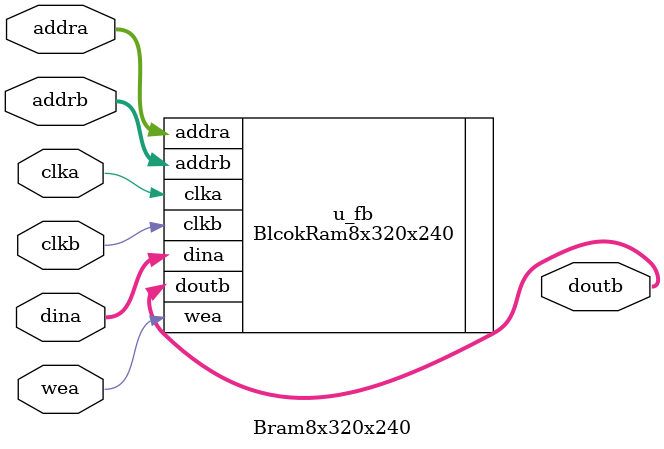
<source format=v>
`timescale 1ns / 1ps


module Bram8x320x240(
input [7:0] dina,
input [16:0] addra,
input clka,wea,clkb,
output [7:0] doutb,
input [16:0] addrb

    );
    
BlcokRam8x320x240 u_fb(
        .clka ( clka),
        .wea  (wea),
        .addra( addra),
        .dina ( dina),
         
        .clkb ( clkb),
       .addrb ( addrb),
        .doutb ( doutb)
      );
endmodule

</source>
